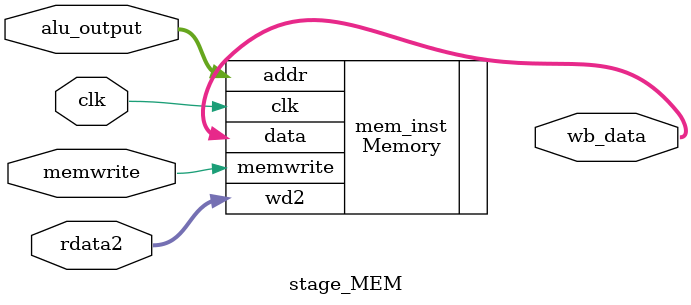
<source format=v>
module stage_MEM(
    input wire clk,
    input wire [31:0] alu_output,
    input wire [31:0] rdata2,


    //control signal
    input wire memwrite,


    output [31:0] wb_data

);
Memory mem_inst(
    .clk(clk),
    .memwrite(memwrite),
    .addr(alu_output),
    .wd2(rdata2),
    .data(wb_data)
);

endmodule
</source>
